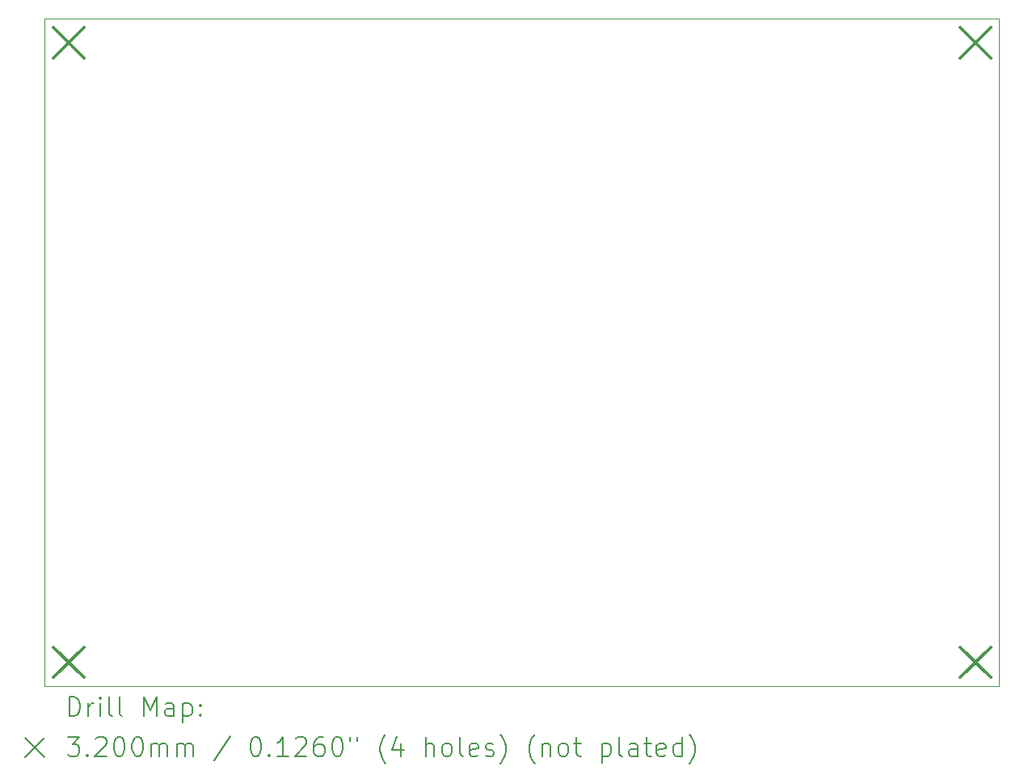
<source format=gbr>
%TF.GenerationSoftware,KiCad,Pcbnew,9.0.0*%
%TF.CreationDate,2025-04-21T23:38:41+01:00*%
%TF.ProjectId,CapyController,43617079-436f-46e7-9472-6f6c6c65722e,rev?*%
%TF.SameCoordinates,Original*%
%TF.FileFunction,Drillmap*%
%TF.FilePolarity,Positive*%
%FSLAX45Y45*%
G04 Gerber Fmt 4.5, Leading zero omitted, Abs format (unit mm)*
G04 Created by KiCad (PCBNEW 9.0.0) date 2025-04-21 23:38:41*
%MOMM*%
%LPD*%
G01*
G04 APERTURE LIST*
%ADD10C,0.050000*%
%ADD11C,0.200000*%
%ADD12C,0.320000*%
G04 APERTURE END LIST*
D10*
X12550000Y-5950000D02*
X22550000Y-5950000D01*
X22550000Y-12950000D01*
X12550000Y-12950000D01*
X12550000Y-5950000D01*
D11*
D12*
X12640000Y-6040000D02*
X12960000Y-6360000D01*
X12960000Y-6040000D02*
X12640000Y-6360000D01*
X12640000Y-12540000D02*
X12960000Y-12860000D01*
X12960000Y-12540000D02*
X12640000Y-12860000D01*
X22140000Y-6040000D02*
X22460000Y-6360000D01*
X22460000Y-6040000D02*
X22140000Y-6360000D01*
X22140000Y-12540000D02*
X22460000Y-12860000D01*
X22460000Y-12540000D02*
X22140000Y-12860000D01*
D11*
X12808277Y-13263984D02*
X12808277Y-13063984D01*
X12808277Y-13063984D02*
X12855896Y-13063984D01*
X12855896Y-13063984D02*
X12884467Y-13073508D01*
X12884467Y-13073508D02*
X12903515Y-13092555D01*
X12903515Y-13092555D02*
X12913039Y-13111603D01*
X12913039Y-13111603D02*
X12922562Y-13149698D01*
X12922562Y-13149698D02*
X12922562Y-13178269D01*
X12922562Y-13178269D02*
X12913039Y-13216365D01*
X12913039Y-13216365D02*
X12903515Y-13235412D01*
X12903515Y-13235412D02*
X12884467Y-13254460D01*
X12884467Y-13254460D02*
X12855896Y-13263984D01*
X12855896Y-13263984D02*
X12808277Y-13263984D01*
X13008277Y-13263984D02*
X13008277Y-13130650D01*
X13008277Y-13168746D02*
X13017801Y-13149698D01*
X13017801Y-13149698D02*
X13027324Y-13140174D01*
X13027324Y-13140174D02*
X13046372Y-13130650D01*
X13046372Y-13130650D02*
X13065420Y-13130650D01*
X13132086Y-13263984D02*
X13132086Y-13130650D01*
X13132086Y-13063984D02*
X13122562Y-13073508D01*
X13122562Y-13073508D02*
X13132086Y-13083031D01*
X13132086Y-13083031D02*
X13141610Y-13073508D01*
X13141610Y-13073508D02*
X13132086Y-13063984D01*
X13132086Y-13063984D02*
X13132086Y-13083031D01*
X13255896Y-13263984D02*
X13236848Y-13254460D01*
X13236848Y-13254460D02*
X13227324Y-13235412D01*
X13227324Y-13235412D02*
X13227324Y-13063984D01*
X13360658Y-13263984D02*
X13341610Y-13254460D01*
X13341610Y-13254460D02*
X13332086Y-13235412D01*
X13332086Y-13235412D02*
X13332086Y-13063984D01*
X13589229Y-13263984D02*
X13589229Y-13063984D01*
X13589229Y-13063984D02*
X13655896Y-13206841D01*
X13655896Y-13206841D02*
X13722562Y-13063984D01*
X13722562Y-13063984D02*
X13722562Y-13263984D01*
X13903515Y-13263984D02*
X13903515Y-13159222D01*
X13903515Y-13159222D02*
X13893991Y-13140174D01*
X13893991Y-13140174D02*
X13874943Y-13130650D01*
X13874943Y-13130650D02*
X13836848Y-13130650D01*
X13836848Y-13130650D02*
X13817801Y-13140174D01*
X13903515Y-13254460D02*
X13884467Y-13263984D01*
X13884467Y-13263984D02*
X13836848Y-13263984D01*
X13836848Y-13263984D02*
X13817801Y-13254460D01*
X13817801Y-13254460D02*
X13808277Y-13235412D01*
X13808277Y-13235412D02*
X13808277Y-13216365D01*
X13808277Y-13216365D02*
X13817801Y-13197317D01*
X13817801Y-13197317D02*
X13836848Y-13187793D01*
X13836848Y-13187793D02*
X13884467Y-13187793D01*
X13884467Y-13187793D02*
X13903515Y-13178269D01*
X13998753Y-13130650D02*
X13998753Y-13330650D01*
X13998753Y-13140174D02*
X14017801Y-13130650D01*
X14017801Y-13130650D02*
X14055896Y-13130650D01*
X14055896Y-13130650D02*
X14074943Y-13140174D01*
X14074943Y-13140174D02*
X14084467Y-13149698D01*
X14084467Y-13149698D02*
X14093991Y-13168746D01*
X14093991Y-13168746D02*
X14093991Y-13225888D01*
X14093991Y-13225888D02*
X14084467Y-13244936D01*
X14084467Y-13244936D02*
X14074943Y-13254460D01*
X14074943Y-13254460D02*
X14055896Y-13263984D01*
X14055896Y-13263984D02*
X14017801Y-13263984D01*
X14017801Y-13263984D02*
X13998753Y-13254460D01*
X14179705Y-13244936D02*
X14189229Y-13254460D01*
X14189229Y-13254460D02*
X14179705Y-13263984D01*
X14179705Y-13263984D02*
X14170182Y-13254460D01*
X14170182Y-13254460D02*
X14179705Y-13244936D01*
X14179705Y-13244936D02*
X14179705Y-13263984D01*
X14179705Y-13140174D02*
X14189229Y-13149698D01*
X14189229Y-13149698D02*
X14179705Y-13159222D01*
X14179705Y-13159222D02*
X14170182Y-13149698D01*
X14170182Y-13149698D02*
X14179705Y-13140174D01*
X14179705Y-13140174D02*
X14179705Y-13159222D01*
X12347500Y-13492500D02*
X12547500Y-13692500D01*
X12547500Y-13492500D02*
X12347500Y-13692500D01*
X12789229Y-13483984D02*
X12913039Y-13483984D01*
X12913039Y-13483984D02*
X12846372Y-13560174D01*
X12846372Y-13560174D02*
X12874943Y-13560174D01*
X12874943Y-13560174D02*
X12893991Y-13569698D01*
X12893991Y-13569698D02*
X12903515Y-13579222D01*
X12903515Y-13579222D02*
X12913039Y-13598269D01*
X12913039Y-13598269D02*
X12913039Y-13645888D01*
X12913039Y-13645888D02*
X12903515Y-13664936D01*
X12903515Y-13664936D02*
X12893991Y-13674460D01*
X12893991Y-13674460D02*
X12874943Y-13683984D01*
X12874943Y-13683984D02*
X12817801Y-13683984D01*
X12817801Y-13683984D02*
X12798753Y-13674460D01*
X12798753Y-13674460D02*
X12789229Y-13664936D01*
X12998753Y-13664936D02*
X13008277Y-13674460D01*
X13008277Y-13674460D02*
X12998753Y-13683984D01*
X12998753Y-13683984D02*
X12989229Y-13674460D01*
X12989229Y-13674460D02*
X12998753Y-13664936D01*
X12998753Y-13664936D02*
X12998753Y-13683984D01*
X13084467Y-13503031D02*
X13093991Y-13493508D01*
X13093991Y-13493508D02*
X13113039Y-13483984D01*
X13113039Y-13483984D02*
X13160658Y-13483984D01*
X13160658Y-13483984D02*
X13179705Y-13493508D01*
X13179705Y-13493508D02*
X13189229Y-13503031D01*
X13189229Y-13503031D02*
X13198753Y-13522079D01*
X13198753Y-13522079D02*
X13198753Y-13541127D01*
X13198753Y-13541127D02*
X13189229Y-13569698D01*
X13189229Y-13569698D02*
X13074943Y-13683984D01*
X13074943Y-13683984D02*
X13198753Y-13683984D01*
X13322562Y-13483984D02*
X13341610Y-13483984D01*
X13341610Y-13483984D02*
X13360658Y-13493508D01*
X13360658Y-13493508D02*
X13370182Y-13503031D01*
X13370182Y-13503031D02*
X13379705Y-13522079D01*
X13379705Y-13522079D02*
X13389229Y-13560174D01*
X13389229Y-13560174D02*
X13389229Y-13607793D01*
X13389229Y-13607793D02*
X13379705Y-13645888D01*
X13379705Y-13645888D02*
X13370182Y-13664936D01*
X13370182Y-13664936D02*
X13360658Y-13674460D01*
X13360658Y-13674460D02*
X13341610Y-13683984D01*
X13341610Y-13683984D02*
X13322562Y-13683984D01*
X13322562Y-13683984D02*
X13303515Y-13674460D01*
X13303515Y-13674460D02*
X13293991Y-13664936D01*
X13293991Y-13664936D02*
X13284467Y-13645888D01*
X13284467Y-13645888D02*
X13274943Y-13607793D01*
X13274943Y-13607793D02*
X13274943Y-13560174D01*
X13274943Y-13560174D02*
X13284467Y-13522079D01*
X13284467Y-13522079D02*
X13293991Y-13503031D01*
X13293991Y-13503031D02*
X13303515Y-13493508D01*
X13303515Y-13493508D02*
X13322562Y-13483984D01*
X13513039Y-13483984D02*
X13532086Y-13483984D01*
X13532086Y-13483984D02*
X13551134Y-13493508D01*
X13551134Y-13493508D02*
X13560658Y-13503031D01*
X13560658Y-13503031D02*
X13570182Y-13522079D01*
X13570182Y-13522079D02*
X13579705Y-13560174D01*
X13579705Y-13560174D02*
X13579705Y-13607793D01*
X13579705Y-13607793D02*
X13570182Y-13645888D01*
X13570182Y-13645888D02*
X13560658Y-13664936D01*
X13560658Y-13664936D02*
X13551134Y-13674460D01*
X13551134Y-13674460D02*
X13532086Y-13683984D01*
X13532086Y-13683984D02*
X13513039Y-13683984D01*
X13513039Y-13683984D02*
X13493991Y-13674460D01*
X13493991Y-13674460D02*
X13484467Y-13664936D01*
X13484467Y-13664936D02*
X13474943Y-13645888D01*
X13474943Y-13645888D02*
X13465420Y-13607793D01*
X13465420Y-13607793D02*
X13465420Y-13560174D01*
X13465420Y-13560174D02*
X13474943Y-13522079D01*
X13474943Y-13522079D02*
X13484467Y-13503031D01*
X13484467Y-13503031D02*
X13493991Y-13493508D01*
X13493991Y-13493508D02*
X13513039Y-13483984D01*
X13665420Y-13683984D02*
X13665420Y-13550650D01*
X13665420Y-13569698D02*
X13674943Y-13560174D01*
X13674943Y-13560174D02*
X13693991Y-13550650D01*
X13693991Y-13550650D02*
X13722563Y-13550650D01*
X13722563Y-13550650D02*
X13741610Y-13560174D01*
X13741610Y-13560174D02*
X13751134Y-13579222D01*
X13751134Y-13579222D02*
X13751134Y-13683984D01*
X13751134Y-13579222D02*
X13760658Y-13560174D01*
X13760658Y-13560174D02*
X13779705Y-13550650D01*
X13779705Y-13550650D02*
X13808277Y-13550650D01*
X13808277Y-13550650D02*
X13827324Y-13560174D01*
X13827324Y-13560174D02*
X13836848Y-13579222D01*
X13836848Y-13579222D02*
X13836848Y-13683984D01*
X13932086Y-13683984D02*
X13932086Y-13550650D01*
X13932086Y-13569698D02*
X13941610Y-13560174D01*
X13941610Y-13560174D02*
X13960658Y-13550650D01*
X13960658Y-13550650D02*
X13989229Y-13550650D01*
X13989229Y-13550650D02*
X14008277Y-13560174D01*
X14008277Y-13560174D02*
X14017801Y-13579222D01*
X14017801Y-13579222D02*
X14017801Y-13683984D01*
X14017801Y-13579222D02*
X14027324Y-13560174D01*
X14027324Y-13560174D02*
X14046372Y-13550650D01*
X14046372Y-13550650D02*
X14074943Y-13550650D01*
X14074943Y-13550650D02*
X14093991Y-13560174D01*
X14093991Y-13560174D02*
X14103515Y-13579222D01*
X14103515Y-13579222D02*
X14103515Y-13683984D01*
X14493991Y-13474460D02*
X14322563Y-13731603D01*
X14751134Y-13483984D02*
X14770182Y-13483984D01*
X14770182Y-13483984D02*
X14789229Y-13493508D01*
X14789229Y-13493508D02*
X14798753Y-13503031D01*
X14798753Y-13503031D02*
X14808277Y-13522079D01*
X14808277Y-13522079D02*
X14817801Y-13560174D01*
X14817801Y-13560174D02*
X14817801Y-13607793D01*
X14817801Y-13607793D02*
X14808277Y-13645888D01*
X14808277Y-13645888D02*
X14798753Y-13664936D01*
X14798753Y-13664936D02*
X14789229Y-13674460D01*
X14789229Y-13674460D02*
X14770182Y-13683984D01*
X14770182Y-13683984D02*
X14751134Y-13683984D01*
X14751134Y-13683984D02*
X14732086Y-13674460D01*
X14732086Y-13674460D02*
X14722563Y-13664936D01*
X14722563Y-13664936D02*
X14713039Y-13645888D01*
X14713039Y-13645888D02*
X14703515Y-13607793D01*
X14703515Y-13607793D02*
X14703515Y-13560174D01*
X14703515Y-13560174D02*
X14713039Y-13522079D01*
X14713039Y-13522079D02*
X14722563Y-13503031D01*
X14722563Y-13503031D02*
X14732086Y-13493508D01*
X14732086Y-13493508D02*
X14751134Y-13483984D01*
X14903515Y-13664936D02*
X14913039Y-13674460D01*
X14913039Y-13674460D02*
X14903515Y-13683984D01*
X14903515Y-13683984D02*
X14893991Y-13674460D01*
X14893991Y-13674460D02*
X14903515Y-13664936D01*
X14903515Y-13664936D02*
X14903515Y-13683984D01*
X15103515Y-13683984D02*
X14989229Y-13683984D01*
X15046372Y-13683984D02*
X15046372Y-13483984D01*
X15046372Y-13483984D02*
X15027325Y-13512555D01*
X15027325Y-13512555D02*
X15008277Y-13531603D01*
X15008277Y-13531603D02*
X14989229Y-13541127D01*
X15179706Y-13503031D02*
X15189229Y-13493508D01*
X15189229Y-13493508D02*
X15208277Y-13483984D01*
X15208277Y-13483984D02*
X15255896Y-13483984D01*
X15255896Y-13483984D02*
X15274944Y-13493508D01*
X15274944Y-13493508D02*
X15284467Y-13503031D01*
X15284467Y-13503031D02*
X15293991Y-13522079D01*
X15293991Y-13522079D02*
X15293991Y-13541127D01*
X15293991Y-13541127D02*
X15284467Y-13569698D01*
X15284467Y-13569698D02*
X15170182Y-13683984D01*
X15170182Y-13683984D02*
X15293991Y-13683984D01*
X15465420Y-13483984D02*
X15427325Y-13483984D01*
X15427325Y-13483984D02*
X15408277Y-13493508D01*
X15408277Y-13493508D02*
X15398753Y-13503031D01*
X15398753Y-13503031D02*
X15379706Y-13531603D01*
X15379706Y-13531603D02*
X15370182Y-13569698D01*
X15370182Y-13569698D02*
X15370182Y-13645888D01*
X15370182Y-13645888D02*
X15379706Y-13664936D01*
X15379706Y-13664936D02*
X15389229Y-13674460D01*
X15389229Y-13674460D02*
X15408277Y-13683984D01*
X15408277Y-13683984D02*
X15446372Y-13683984D01*
X15446372Y-13683984D02*
X15465420Y-13674460D01*
X15465420Y-13674460D02*
X15474944Y-13664936D01*
X15474944Y-13664936D02*
X15484467Y-13645888D01*
X15484467Y-13645888D02*
X15484467Y-13598269D01*
X15484467Y-13598269D02*
X15474944Y-13579222D01*
X15474944Y-13579222D02*
X15465420Y-13569698D01*
X15465420Y-13569698D02*
X15446372Y-13560174D01*
X15446372Y-13560174D02*
X15408277Y-13560174D01*
X15408277Y-13560174D02*
X15389229Y-13569698D01*
X15389229Y-13569698D02*
X15379706Y-13579222D01*
X15379706Y-13579222D02*
X15370182Y-13598269D01*
X15608277Y-13483984D02*
X15627325Y-13483984D01*
X15627325Y-13483984D02*
X15646372Y-13493508D01*
X15646372Y-13493508D02*
X15655896Y-13503031D01*
X15655896Y-13503031D02*
X15665420Y-13522079D01*
X15665420Y-13522079D02*
X15674944Y-13560174D01*
X15674944Y-13560174D02*
X15674944Y-13607793D01*
X15674944Y-13607793D02*
X15665420Y-13645888D01*
X15665420Y-13645888D02*
X15655896Y-13664936D01*
X15655896Y-13664936D02*
X15646372Y-13674460D01*
X15646372Y-13674460D02*
X15627325Y-13683984D01*
X15627325Y-13683984D02*
X15608277Y-13683984D01*
X15608277Y-13683984D02*
X15589229Y-13674460D01*
X15589229Y-13674460D02*
X15579706Y-13664936D01*
X15579706Y-13664936D02*
X15570182Y-13645888D01*
X15570182Y-13645888D02*
X15560658Y-13607793D01*
X15560658Y-13607793D02*
X15560658Y-13560174D01*
X15560658Y-13560174D02*
X15570182Y-13522079D01*
X15570182Y-13522079D02*
X15579706Y-13503031D01*
X15579706Y-13503031D02*
X15589229Y-13493508D01*
X15589229Y-13493508D02*
X15608277Y-13483984D01*
X15751134Y-13483984D02*
X15751134Y-13522079D01*
X15827325Y-13483984D02*
X15827325Y-13522079D01*
X16122563Y-13760174D02*
X16113039Y-13750650D01*
X16113039Y-13750650D02*
X16093991Y-13722079D01*
X16093991Y-13722079D02*
X16084468Y-13703031D01*
X16084468Y-13703031D02*
X16074944Y-13674460D01*
X16074944Y-13674460D02*
X16065420Y-13626841D01*
X16065420Y-13626841D02*
X16065420Y-13588746D01*
X16065420Y-13588746D02*
X16074944Y-13541127D01*
X16074944Y-13541127D02*
X16084468Y-13512555D01*
X16084468Y-13512555D02*
X16093991Y-13493508D01*
X16093991Y-13493508D02*
X16113039Y-13464936D01*
X16113039Y-13464936D02*
X16122563Y-13455412D01*
X16284468Y-13550650D02*
X16284468Y-13683984D01*
X16236848Y-13474460D02*
X16189229Y-13617317D01*
X16189229Y-13617317D02*
X16313039Y-13617317D01*
X16541610Y-13683984D02*
X16541610Y-13483984D01*
X16627325Y-13683984D02*
X16627325Y-13579222D01*
X16627325Y-13579222D02*
X16617801Y-13560174D01*
X16617801Y-13560174D02*
X16598753Y-13550650D01*
X16598753Y-13550650D02*
X16570182Y-13550650D01*
X16570182Y-13550650D02*
X16551134Y-13560174D01*
X16551134Y-13560174D02*
X16541610Y-13569698D01*
X16751134Y-13683984D02*
X16732087Y-13674460D01*
X16732087Y-13674460D02*
X16722563Y-13664936D01*
X16722563Y-13664936D02*
X16713039Y-13645888D01*
X16713039Y-13645888D02*
X16713039Y-13588746D01*
X16713039Y-13588746D02*
X16722563Y-13569698D01*
X16722563Y-13569698D02*
X16732087Y-13560174D01*
X16732087Y-13560174D02*
X16751134Y-13550650D01*
X16751134Y-13550650D02*
X16779706Y-13550650D01*
X16779706Y-13550650D02*
X16798753Y-13560174D01*
X16798753Y-13560174D02*
X16808277Y-13569698D01*
X16808277Y-13569698D02*
X16817801Y-13588746D01*
X16817801Y-13588746D02*
X16817801Y-13645888D01*
X16817801Y-13645888D02*
X16808277Y-13664936D01*
X16808277Y-13664936D02*
X16798753Y-13674460D01*
X16798753Y-13674460D02*
X16779706Y-13683984D01*
X16779706Y-13683984D02*
X16751134Y-13683984D01*
X16932087Y-13683984D02*
X16913039Y-13674460D01*
X16913039Y-13674460D02*
X16903515Y-13655412D01*
X16903515Y-13655412D02*
X16903515Y-13483984D01*
X17084468Y-13674460D02*
X17065420Y-13683984D01*
X17065420Y-13683984D02*
X17027325Y-13683984D01*
X17027325Y-13683984D02*
X17008277Y-13674460D01*
X17008277Y-13674460D02*
X16998753Y-13655412D01*
X16998753Y-13655412D02*
X16998753Y-13579222D01*
X16998753Y-13579222D02*
X17008277Y-13560174D01*
X17008277Y-13560174D02*
X17027325Y-13550650D01*
X17027325Y-13550650D02*
X17065420Y-13550650D01*
X17065420Y-13550650D02*
X17084468Y-13560174D01*
X17084468Y-13560174D02*
X17093992Y-13579222D01*
X17093992Y-13579222D02*
X17093992Y-13598269D01*
X17093992Y-13598269D02*
X16998753Y-13617317D01*
X17170182Y-13674460D02*
X17189230Y-13683984D01*
X17189230Y-13683984D02*
X17227325Y-13683984D01*
X17227325Y-13683984D02*
X17246373Y-13674460D01*
X17246373Y-13674460D02*
X17255896Y-13655412D01*
X17255896Y-13655412D02*
X17255896Y-13645888D01*
X17255896Y-13645888D02*
X17246373Y-13626841D01*
X17246373Y-13626841D02*
X17227325Y-13617317D01*
X17227325Y-13617317D02*
X17198753Y-13617317D01*
X17198753Y-13617317D02*
X17179706Y-13607793D01*
X17179706Y-13607793D02*
X17170182Y-13588746D01*
X17170182Y-13588746D02*
X17170182Y-13579222D01*
X17170182Y-13579222D02*
X17179706Y-13560174D01*
X17179706Y-13560174D02*
X17198753Y-13550650D01*
X17198753Y-13550650D02*
X17227325Y-13550650D01*
X17227325Y-13550650D02*
X17246373Y-13560174D01*
X17322563Y-13760174D02*
X17332087Y-13750650D01*
X17332087Y-13750650D02*
X17351134Y-13722079D01*
X17351134Y-13722079D02*
X17360658Y-13703031D01*
X17360658Y-13703031D02*
X17370182Y-13674460D01*
X17370182Y-13674460D02*
X17379706Y-13626841D01*
X17379706Y-13626841D02*
X17379706Y-13588746D01*
X17379706Y-13588746D02*
X17370182Y-13541127D01*
X17370182Y-13541127D02*
X17360658Y-13512555D01*
X17360658Y-13512555D02*
X17351134Y-13493508D01*
X17351134Y-13493508D02*
X17332087Y-13464936D01*
X17332087Y-13464936D02*
X17322563Y-13455412D01*
X17684468Y-13760174D02*
X17674944Y-13750650D01*
X17674944Y-13750650D02*
X17655896Y-13722079D01*
X17655896Y-13722079D02*
X17646373Y-13703031D01*
X17646373Y-13703031D02*
X17636849Y-13674460D01*
X17636849Y-13674460D02*
X17627325Y-13626841D01*
X17627325Y-13626841D02*
X17627325Y-13588746D01*
X17627325Y-13588746D02*
X17636849Y-13541127D01*
X17636849Y-13541127D02*
X17646373Y-13512555D01*
X17646373Y-13512555D02*
X17655896Y-13493508D01*
X17655896Y-13493508D02*
X17674944Y-13464936D01*
X17674944Y-13464936D02*
X17684468Y-13455412D01*
X17760658Y-13550650D02*
X17760658Y-13683984D01*
X17760658Y-13569698D02*
X17770182Y-13560174D01*
X17770182Y-13560174D02*
X17789230Y-13550650D01*
X17789230Y-13550650D02*
X17817801Y-13550650D01*
X17817801Y-13550650D02*
X17836849Y-13560174D01*
X17836849Y-13560174D02*
X17846373Y-13579222D01*
X17846373Y-13579222D02*
X17846373Y-13683984D01*
X17970182Y-13683984D02*
X17951134Y-13674460D01*
X17951134Y-13674460D02*
X17941611Y-13664936D01*
X17941611Y-13664936D02*
X17932087Y-13645888D01*
X17932087Y-13645888D02*
X17932087Y-13588746D01*
X17932087Y-13588746D02*
X17941611Y-13569698D01*
X17941611Y-13569698D02*
X17951134Y-13560174D01*
X17951134Y-13560174D02*
X17970182Y-13550650D01*
X17970182Y-13550650D02*
X17998754Y-13550650D01*
X17998754Y-13550650D02*
X18017801Y-13560174D01*
X18017801Y-13560174D02*
X18027325Y-13569698D01*
X18027325Y-13569698D02*
X18036849Y-13588746D01*
X18036849Y-13588746D02*
X18036849Y-13645888D01*
X18036849Y-13645888D02*
X18027325Y-13664936D01*
X18027325Y-13664936D02*
X18017801Y-13674460D01*
X18017801Y-13674460D02*
X17998754Y-13683984D01*
X17998754Y-13683984D02*
X17970182Y-13683984D01*
X18093992Y-13550650D02*
X18170182Y-13550650D01*
X18122563Y-13483984D02*
X18122563Y-13655412D01*
X18122563Y-13655412D02*
X18132087Y-13674460D01*
X18132087Y-13674460D02*
X18151134Y-13683984D01*
X18151134Y-13683984D02*
X18170182Y-13683984D01*
X18389230Y-13550650D02*
X18389230Y-13750650D01*
X18389230Y-13560174D02*
X18408277Y-13550650D01*
X18408277Y-13550650D02*
X18446373Y-13550650D01*
X18446373Y-13550650D02*
X18465420Y-13560174D01*
X18465420Y-13560174D02*
X18474944Y-13569698D01*
X18474944Y-13569698D02*
X18484468Y-13588746D01*
X18484468Y-13588746D02*
X18484468Y-13645888D01*
X18484468Y-13645888D02*
X18474944Y-13664936D01*
X18474944Y-13664936D02*
X18465420Y-13674460D01*
X18465420Y-13674460D02*
X18446373Y-13683984D01*
X18446373Y-13683984D02*
X18408277Y-13683984D01*
X18408277Y-13683984D02*
X18389230Y-13674460D01*
X18598754Y-13683984D02*
X18579706Y-13674460D01*
X18579706Y-13674460D02*
X18570182Y-13655412D01*
X18570182Y-13655412D02*
X18570182Y-13483984D01*
X18760658Y-13683984D02*
X18760658Y-13579222D01*
X18760658Y-13579222D02*
X18751135Y-13560174D01*
X18751135Y-13560174D02*
X18732087Y-13550650D01*
X18732087Y-13550650D02*
X18693992Y-13550650D01*
X18693992Y-13550650D02*
X18674944Y-13560174D01*
X18760658Y-13674460D02*
X18741611Y-13683984D01*
X18741611Y-13683984D02*
X18693992Y-13683984D01*
X18693992Y-13683984D02*
X18674944Y-13674460D01*
X18674944Y-13674460D02*
X18665420Y-13655412D01*
X18665420Y-13655412D02*
X18665420Y-13636365D01*
X18665420Y-13636365D02*
X18674944Y-13617317D01*
X18674944Y-13617317D02*
X18693992Y-13607793D01*
X18693992Y-13607793D02*
X18741611Y-13607793D01*
X18741611Y-13607793D02*
X18760658Y-13598269D01*
X18827325Y-13550650D02*
X18903515Y-13550650D01*
X18855896Y-13483984D02*
X18855896Y-13655412D01*
X18855896Y-13655412D02*
X18865420Y-13674460D01*
X18865420Y-13674460D02*
X18884468Y-13683984D01*
X18884468Y-13683984D02*
X18903515Y-13683984D01*
X19046373Y-13674460D02*
X19027325Y-13683984D01*
X19027325Y-13683984D02*
X18989230Y-13683984D01*
X18989230Y-13683984D02*
X18970182Y-13674460D01*
X18970182Y-13674460D02*
X18960658Y-13655412D01*
X18960658Y-13655412D02*
X18960658Y-13579222D01*
X18960658Y-13579222D02*
X18970182Y-13560174D01*
X18970182Y-13560174D02*
X18989230Y-13550650D01*
X18989230Y-13550650D02*
X19027325Y-13550650D01*
X19027325Y-13550650D02*
X19046373Y-13560174D01*
X19046373Y-13560174D02*
X19055896Y-13579222D01*
X19055896Y-13579222D02*
X19055896Y-13598269D01*
X19055896Y-13598269D02*
X18960658Y-13617317D01*
X19227325Y-13683984D02*
X19227325Y-13483984D01*
X19227325Y-13674460D02*
X19208277Y-13683984D01*
X19208277Y-13683984D02*
X19170182Y-13683984D01*
X19170182Y-13683984D02*
X19151135Y-13674460D01*
X19151135Y-13674460D02*
X19141611Y-13664936D01*
X19141611Y-13664936D02*
X19132087Y-13645888D01*
X19132087Y-13645888D02*
X19132087Y-13588746D01*
X19132087Y-13588746D02*
X19141611Y-13569698D01*
X19141611Y-13569698D02*
X19151135Y-13560174D01*
X19151135Y-13560174D02*
X19170182Y-13550650D01*
X19170182Y-13550650D02*
X19208277Y-13550650D01*
X19208277Y-13550650D02*
X19227325Y-13560174D01*
X19303516Y-13760174D02*
X19313039Y-13750650D01*
X19313039Y-13750650D02*
X19332087Y-13722079D01*
X19332087Y-13722079D02*
X19341611Y-13703031D01*
X19341611Y-13703031D02*
X19351135Y-13674460D01*
X19351135Y-13674460D02*
X19360658Y-13626841D01*
X19360658Y-13626841D02*
X19360658Y-13588746D01*
X19360658Y-13588746D02*
X19351135Y-13541127D01*
X19351135Y-13541127D02*
X19341611Y-13512555D01*
X19341611Y-13512555D02*
X19332087Y-13493508D01*
X19332087Y-13493508D02*
X19313039Y-13464936D01*
X19313039Y-13464936D02*
X19303516Y-13455412D01*
M02*

</source>
